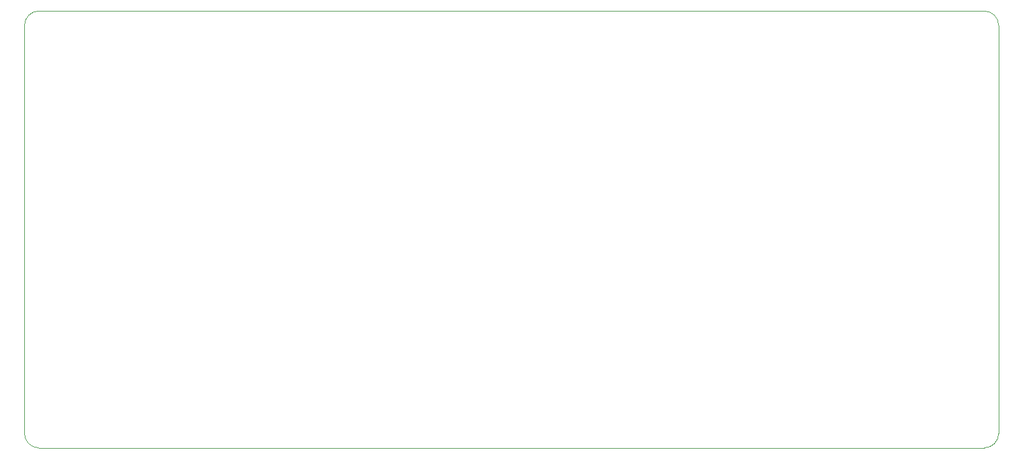
<source format=gbr>
%TF.GenerationSoftware,KiCad,Pcbnew,8.0.1*%
%TF.CreationDate,2024-04-20T14:30:11+01:00*%
%TF.ProjectId,macropad-rev1,6d616372-6f70-4616-942d-726576312e6b,r1*%
%TF.SameCoordinates,Original*%
%TF.FileFunction,Profile,NP*%
%FSLAX46Y46*%
G04 Gerber Fmt 4.6, Leading zero omitted, Abs format (unit mm)*
G04 Created by KiCad (PCBNEW 8.0.1) date 2024-04-20 14:30:11*
%MOMM*%
%LPD*%
G01*
G04 APERTURE LIST*
%TA.AperFunction,Profile*%
%ADD10C,0.050000*%
%TD*%
G04 APERTURE END LIST*
D10*
X88000000Y-69000000D02*
X220000000Y-69000000D01*
X86000000Y-128000000D02*
X86000000Y-71000000D01*
X220000000Y-130000000D02*
X88000000Y-130000000D01*
X222000000Y-71000000D02*
X222000000Y-128000000D01*
X220000000Y-69000000D02*
G75*
G02*
X222000000Y-71000000I0J-2000000D01*
G01*
X86000000Y-71000000D02*
G75*
G02*
X88000000Y-69000000I2000000J0D01*
G01*
X222000000Y-128000000D02*
G75*
G02*
X220000000Y-130000000I-2000000J0D01*
G01*
X88000000Y-130000000D02*
G75*
G02*
X86000000Y-128000000I0J2000000D01*
G01*
M02*

</source>
